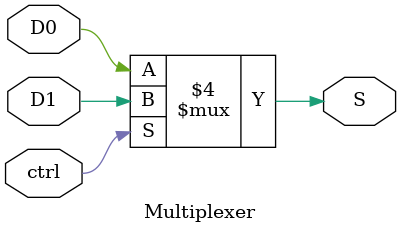
<source format=v>
module Multiplexer #(parameter WIDTH = 1) (
  input wire ctrl,
  input wire [WIDTH-1:0] D0,
  input wire [WIDTH-1:0] D1,
  output reg [WIDTH-1:0] S
);

  always @(*) begin
    if (ctrl == 1'b0) begin
      S <= D0;
    end else begin
      S <= D1;
    end
  end

endmodule
</source>
